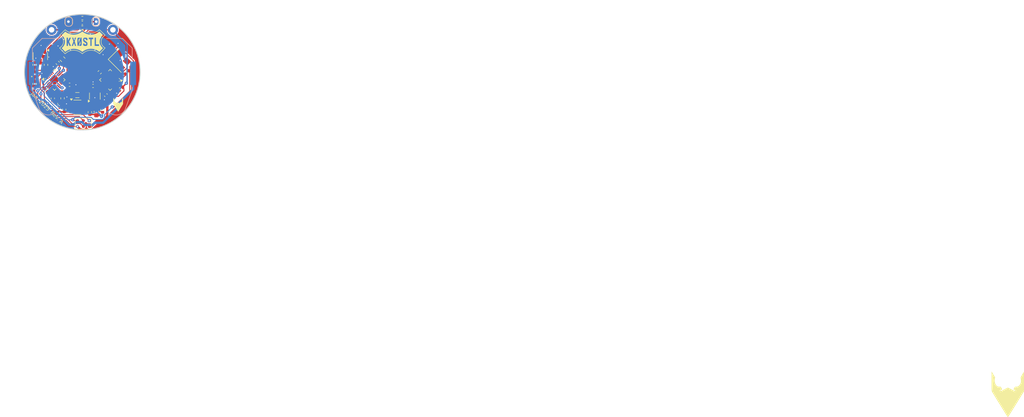
<source format=kicad_pcb>
(kicad_pcb (version 20241229) (generator "pcbnew") (generator_version "9.0")
  (title_block (title "Button Transmitter Prototype - Si5351B/ATtiny416") (date "2025-01-22") (rev "A") (company "Engineer: Thomas Francois - KX0STL") (comment 1 "Inverted Pursuits Lab"))
  (layers (0 "F.Cu" signal) (2 "B.Cu" signal) (13 "F.Paste" user) (15 "B.Paste" user) (5 "F.SilkS" user "F.Silkscreen") (7 "B.SilkS" user "B.Silkscreen") (1 "F.Mask" user) (3 "B.Mask" user) (25 "Edge.Cuts" user))
  (net 0 "")
  (net 1 "Net-(BT1-+)")
  (net 2 "GND")
  (net 3 "Net-(BZ1-+)")
  (net 4 "+3V3")
  (net 5 "/~{TX_EN}")
  (net 6 "Net-(D1-K)")
  (net 7 "/MCU_UPDI")
  (net 8 "/MCU_SDA")
  (net 9 "/MCU_SCL")
  (net 10 "/MCU_DAC0")
  (net 11 "Net-(Q1-D)")
  (net 12 "Net-(Q1-G)")
  (net 13 "Net-(U2-XA)")
  (net 14 "Net-(U2-XB)")
  (net 15 "Net-(D3-K)")
  (net 18 "Net-(C6-Pad1)")
  (net 19 "/BUZZER_PULSE")
  (net 20 "Net-(U5-SW)")
  (net 21 "Net-(U5-V_{FB})")
  (net 22 "/OUTPUT_PWR_EN")
  (net 28 "/+3V3_SW")
  (net 29 "/CLK1")
  (net 30 "/CLK1_T")
  (footprint "Library:Worthington_C_0402_1005Metric" (layer "F.Cu") (at 85.27 103.96 45)
    (property "Reference" "C7" (hide yes))
    (property "Value" "100nF")
  )
  (footprint "Library:Worthington_C_0402_1005Metric" (layer "F.Cu") (at 69.259999 109.5825 -90)
    (property "Reference" "C5" (hide yes))
    (property "Value" "10uF")
  )
  (footprint "Library:Worthington_LED_0402_1005Metric" (layer "F.Cu") (at 65.32 104.38 90)
    (property "Reference" "D1" (hide yes))
    (property "Value" "RED")
  )
  (footprint "Library:Case_CR2032" (layer "F.Cu") (at 75.62 103.916925)
    (property "Reference" "U4" (hide yes))
    (property "Value" "Case" (hide yes))
  )
  (footprint "Library:Worthington_C_0402_1005Metric" (layer "F.Cu") (at 77.94 106.89 180)
    (property "Reference" "C2" (hide yes))
    (property "Value" "100nF")
  )
  (footprint "Diode_SMD:D_0201_0603Metric" (layer "F.Cu") (at 70.662498 111.989996 -90)
    (property "Reference" "D2" (hide yes))
    (property "Value" "ESD156B1W")
  )
  (footprint "Library:2x3_1.27mm_Pogo_Header" (layer "F.Cu") (at 75.85 115.04 -90)
    (property "Reference" "J2" (hide yes))
    (property "Value" "1.27mm Pogo Pads For Programming & Debug")
  )
  (footprint "Library:Worthington_C_0402_1005Metric" (layer "F.Cu") (at 72.87 106.64 180)
    (property "Reference" "C8" (hide yes))
    (property "Value" "100nF")
  )
  (footprint "Library:Worthington_R_0402_1005Metric" (layer "F.Cu") (at 77.25 112.57 -90)
    (property "Reference" "R10" (hide yes))
    (property "Value" "18k")
  )
  (footprint "Capacitor_SMD:C_0603_1608Metric" (layer "F.Cu") (at 78.67 112.46 -90)
    (property "Reference" "C10" (hide yes))
    (property "Value" "22uF")
  )
  (footprint "Library:Logo_10mm_inv" (layer "F.Cu") (at 75.62 97.33)
    (property "Reference" "G***" (hide yes))
    (property "Value" "LOGO" (hide yes))
  )
  (footprint "Inductor_THT:L_Axial_L12.0mm_D5.0mm_P15.24mm_Horizontal_Fastron_MISC" (layer "F.Cu") (at 67.99 95.76)
    (property "Reference" "L1" (hide yes))
    (property "Value" "100mH" (hide yes))
  )
  (footprint "Package_DFN_QFN:VQFN-20-1EP_3x3mm_P0.4mm_EP1.7x1.7mm" (layer "F.Cu") (at 69.62 105.57 45)
    (property "Reference" "U3" (hide yes))
    (property "Value" "ATtiny416-M")
  )
  (footprint "Inductor_SMD:L_0805_2012Metric" (layer "F.Cu") (at 74.55 108.88 180)
    (property "Reference" "L2" (hide yes))
    (property "Value" "4.7uH")
  )
  (footprint "Library:Worthington_C_0402_1005Metric" (layer "F.Cu") (at 80.71 108.88 -45)
    (property "Reference" "C3" (hide yes))
    (property "Value" "10uF")
  )
  (footprint "Library:Worthington_R_0402_1005Metric" (layer "F.Cu") (at 65.3275 102.33 90)
    (property "Reference" "R6" (hide yes))
    (property "Value" "10")
  )
  (footprint "Library:RF_Solder_Pad" (layer "F.Cu") (at 75.62 103.916925)
    (property "Reference" "J1" (hide yes))
    (property "Value" "Antenna Screw Pad")
  )
  (footprint "Library:Worthington_R_0402_1005Metric" (layer "F.Cu") (at 65.32 106.45 -90)
    (property "Reference" "R8" (hide yes))
    (property "Value" "220")
  )
  (footprint "Library:Worthington_LED_0402_1005Metric" (layer "F.Cu") (at 70.3 109.5825 90)
    (property "Reference" "D3" (hide yes))
    (property "Value" "RED")
  )
  (footprint "Package_TO_SOT_SMD:SOT-363_SC-70-6" (layer "F.Cu") (at 78.3275 109.09 90)
    (property "Reference" "U1" (hide yes))
    (property "Value" "TPS22919DCK")
  )
  (footprint "Library:Worthington_R_0402_1005Metric" (layer "F.Cu") (at 80.000001 112.09 -90)
    (property "Reference" "R9" (hide yes))
    (property "Value" "100k")
  )
  (footprint "Library:Worthington_C_0402_1005Metric" (layer "F.Cu") (at 67.74 107.77 135)
    (property "Reference" "C4" (hide yes))
    (property "Value" "100nF")
  )
  (footprint "Library:Crystal_SMD_Kyocera_CX3225SB-4Pin_3.2x2.5mm" (layer "F.Cu") (at 83.79 101.39 -45)
    (property "Reference" "Y1" (hide yes))
    (property "Value" "25MHz")
  )
  (footprint "Library:Worthington_C_0402_1005Metric" (layer "F.Cu") (at 83.94 107.54 -135)
    (property "Reference" "C1" (hide yes))
    (property "Value" "100nF")
  )
  (footprint "Library:Worthington_R_0402_1005Metric" (layer "F.Cu") (at 67.7775 102.33 -90)
    (property "Reference" "R7" (hide yes))
    (property "Value" "1M")
  )
  (footprint "Library:Worthington_R_0402_1005Metric" (layer "F.Cu") (at 75.629999 92.22 180)
    (property "Reference" "R1" (hide yes))
    (property "Value" "10k")
  )
  (footprint "Package_TO_SOT_SMD:SOT-23-3" (layer "F.Cu") (at 66.56 100.46 -90)
    (property "Reference" "Q1" (hide yes))
    (property "Value" "MMUN2238LT1G")
  )
  (footprint "Library:IPL_Logo_10mm" (layer "F.Cu") (at 275.5 173.6)
    (property "Reference" "G***")
    (property "Value" "LOGO" (hide yes))
  )
  (footprint "Package_DFN_QFN:QFN-16-1EP_3x3mm_P0.5mm_EP1.45x1.45mm" (layer "F.Cu") (at 81.62 105.59 -135)
    (property "Reference" "U2" (hide yes))
    (property "Value" "Si5351B-B-GM1")
  )
  (footprint "Library:Worthington_R_0402_1005Metric" (layer "F.Cu") (at 71.350001 109.5725 90)
    (property "Reference" "R11" (hide yes))
    (property "Value" "100")
  )
  (footprint "Package_TO_SOT_SMD:SOT-23-6" (layer "F.Cu") (at 74.5525 111.52)
    (property "Reference" "U5" (hide yes))
    (property "Value" "TLV61070ADBV")
  )
  (footprint "Resistor_SMD:R_0603_1608Metric" (layer "F.Cu") (at 71.37 101.12 -45)
    (property "Reference" "R3" (hide yes))
    (property "Value" "1k8")
  )
  (footprint "Library:Worthington_R_0402_1005Metric" (layer "F.Cu") (at 79.37 103.94 -135)
    (property "Reference" "R4" (hide yes))
    (property "Value" "0R")
  )
  (footprint "Library:Worthington_C_0402_1005Metric" (layer "F.Cu") (at 71.7225 111.989997 90)
    (property "Reference" "C9" (hide yes))
    (property "Value" "10uF")
  )
  (footprint "Library:Worthington_R_0402_1005Metric" (layer "F.Cu") (at 75.62 94.28 180)
    (property "Reference" "R5" (hide yes))
    (property "Value" "10")
  )
  (footprint "Library:IPL_Logo_3mm" (layer "F.Cu") (at 83.36 110.95)
    (property "Reference" "G***" (hide yes))
    (property "Value" "LOGO" (hide yes))
  )
  (footprint "Resistor_SMD:R_0402_1005Metric" (layer "F.Cu") (at 70.3 101.91 -45)
    (property "Reference" "R2" (hide yes))
    (property "Value" "1k8")
  )
  (footprint "Library:Worthington_C_0402_1005Metric" (layer "F.Cu") (at 75.62 93.25)
    (property "Reference" "C6" (hide yes))
    (property "Value" "100nF")
  )
  (footprint "Library:Buzzer_Pad_NEG" (layer "B.Cu") (at 72.62 92.99)
    (property "Reference" "BZ2-1" (hide yes))
    (property "Value" "7BB-20-3" (hide yes))
  )
  (footprint "Library:Buzzer_Pad_POS" (layer "B.Cu") (at 78.62 92.99 180)
    (property "Reference" "BZ1" (hide yes))
    (property "Value" "7BB-20-3" (hide yes))
  )
  (footprint "Library:BatteryHolder_Keystone_3034_1x20mm_CUTOUT" (layer "B.Cu") (at 75.62 104.17 180)
    (property "Reference" "BT1" (hide yes))
    (property "Value" "CR2032")
  )
  (gr_circle (center 75.62 103.916925) (end 63.12 103.916925) (stroke (width 0.2)) (fill no) (layer "Edge.Cuts"))
  (gr_text "Rev. A" (at 70.11 113.74 -45) (layer "F.SilkS") (effects (font (size 0.8 0.8))))
  (gr_text "Jan. 2025" (at 66.54 110.29 -45) (layer "F.SilkS") (effects (font (size 0.8 0.8))))
  (segment (start 70.98 112.489997) (end 71.7225 112.489997) (width 0.3) (layer "F.Cu") (net 1))
  (segment (start 70.34 112.489997) (end 70.98 112.489997) (width 0.3) (layer "F.Cu") (net 1))
  (segment (start 70.079997 112.489997) (end 70.34 112.489997) (width 0.3) (layer "F.Cu") (net 1))
  (segment (start 68.91 111.52) (end 68.09 110.7) (width 0.5) (layer "F.Cu") (net 1))
  (segment (start 70.662498 112.264996) (end 70.754999 112.264996) (width 0.2) (layer "F.Cu") (net 1))
  (segment (start 73.384998 112.499992) (end 73.414996 112.469993) (width 0.3) (layer "F.Cu") (net 1))
  (segment (start 69.12 111.53) (end 70.079997 112.489997) (width 0.3) (layer "F.Cu") (net 1))
  (segment (start 68.91 111.53) (end 69.12 111.53) (width 0.3) (layer "F.Cu") (net 1))
  (segment (start 68.91 111.53) (end 68.91 111.52) (width 0.5) (layer "F.Cu") (net 1))
  (segment (start 70.662498 112.264996) (end 70.565001 112.264996) (width 0.2) (layer "F.Cu") (net 1))
  (segment (start 73.414996 112.469993) (end 74.262499 112.470001) (width 0.3) (layer "F.Cu") (net 1))
  (segment (start 74.542503 110.829995) (end 74.802496 110.569993) (width 0.3) (layer "F.Cu") (net 1))
  (segment (start 74.542495 112.19) (end 74.542503 110.829995) (width 0.3) (layer "F.Cu") (net 1))
  (segment (start 75.615001 108.709989) (end 75.690004 108.784994) (width 0.3) (layer "F.Cu") (net 1))
  (segment (start 71.722498 112.499994) (end 73.384998 112.499992) (width 0.3) (layer "F.Cu") (net 1))
  (segment (start 74.802496 110.569993) (end 75.69 110.569994) (width 0.3) (layer "F.Cu") (net 1))
  (segment (start 74.262499 112.470001) (end 74.542495 112.19) (width 0.3) (layer "F.Cu") (net 1))
  (segment (start 70.565001 112.264996) (end 70.34 112.489997) (width 0.2) (layer "F.Cu") (net 1))
  (segment (start 75.690004 108.784994) (end 75.69 110.569994) (width 0.3) (layer "F.Cu") (net 1))
  (segment (start 70.754999 112.264996) (end 70.98 112.489997) (width 0.2) (layer "F.Cu") (net 1))
  (via (at 68.91 111.53) (size 0.7) (drill 0.2) (layers "F.Cu" "B.Cu") (net 1))
  (via (at 68.09 110.7) (size 0.7) (drill 0.2) (layers "F.Cu" "B.Cu") (net 1))
  (segment (start 76.18 115.32) (end 77.85 115.32) (width 0.5) (layer "B.Cu") (net 1))
  (segment (start 74.32 114.69) (end 75.55 114.69) (width 0.5) (layer "B.Cu") (net 1))
  (segment (start 64.635 107.755) (end 66.86 109.98) (width 0.5) (layer "B.Cu") (net 1))
  (segment (start 66.86 109.98) (end 67.41 109.98) (width 0.5) (layer "B.Cu") (net 1))
  (segment (start 83.04 111.93) (end 83.04 111.14) (width 0.5) (layer "B.Cu") (net 1))
  (segment (start 64.635 104.166925) (end 64.635 107.755) (width 0.5) (layer "B.Cu") (net 1))
  (segment (start 86.605 107.575) (end 86.605 104.166925) (width 0.5) (layer "B.Cu") (net 1))
  (segment (start 73.75 115.26) (end 74.32 114.69) (width 0.5) (layer "B.Cu") (net 1))
  (segment (start 80.11 114.86) (end 83.04 111.93) (width 0.5) (layer "B.Cu") (net 1))
  (segment (start 78.31 114.86) (end 80.11 114.86) (width 0.5) (layer "B.Cu") (net 1))
  (segment (start 83.04 111.14) (end 86.605 107.575) (width 0.5) (layer "B.Cu") (net 1))
  (segment (start 67.41 109.98) (end 72.69 115.26) (width 0.5) (layer "B.Cu") (net 1))
  (segment (start 77.85 115.32) (end 78.31 114.86) (width 0.5) (layer "B.Cu") (net 1))
  (segment (start 75.55 114.69) (end 76.18 115.32) (width 0.5) (layer "B.Cu") (net 1))
  (segment (start 72.69 115.26) (end 73.75 115.26) (width 0.5) (layer "B.Cu") (net 1))
  (segment (start 72.65 93.02) (end 72.62 92.99) (width 0.3) (layer "F.Cu") (net 2))
  (segment (start 70.662499 111.489996) (end 70.8425 111.309995) (width 0.2) (layer "F.Cu") (net 2))
  (segment (start 84.916446 104.313552) (end 84.916446 104.583554) (width 0.2) (layer "F.Cu") (net 2))
  (segment (start 74.24 106.64) (end 74.239999 106.640001) (width 0.2) (layer "F.Cu") (net 2))
  (segment (start 66.86 100.59) (end 66.57 100.3) (width 0.2) (layer "F.Cu") (net 2))
  (segment (start 68.105 113.415) (end 66.175 111.485) (width 0.2) (layer "F.Cu") (net 2))
  (segment (start 77.44 106.53) (end 77.44 106.889998) (width 0.3) (layer "F.Cu") (net 2))
  (segment (start 66.88 100.59) (end 66.86 100.59) (width 0.2) (layer "F.Cu") (net 2))
  (segment (start 69.657501 110.777501) (end 70.24 110.777501) (width 0.2) (layer "F.Cu") (net 2))
  (segment (start 83.586446 107.202895) (end 83.586446 107.893552) (width 0.2) (layer "F.Cu") (net 2))
  (segment (start 65.320001 108.87) (end 65.320001 106.947499) (width 0.2) (layer "F.Cu") (net 2))
  (segment (start 68.594696 106.595304) (end 68.14 107.05) (width 0.2) (layer "F.Cu") (net 2))
  (segment (start 80.417107 109.88) (end 80.39 109.88) (width 0.2) (layer "F.Cu") (net 2))
  (segment (start 70.662499 111.57) (end 70.662499 111.489996) (width 0.2) (layer "F.Cu") (net 2))
  (segment (start 68.575 113.415) (end 68.105 113.415) (width 0.2) (layer "F.Cu") (net 2))
  (segment (start 74.579996 115.675) (end 73.455 115.675) (width 0.2) (layer "F.Cu") (net 2))
  (segment (start 74.43 92.22) (end 75.119998 92.22) (width 0.3) (layer "F.Cu") (net 2))
  (segment (start 66.74 104.19) (end 66.07 104.86) (width 0.2) (layer "F.Cu") (net 2))
  (segment (start 70.662499 111.714994) (end 70.662499 111.57) (width 0.2) (layer "F.Cu") (net 2))
  (segment (start 72.12 114.34) (end 69.5 114.34) (width 0.2) (layer "F.Cu") (net 2))
  (segment (start 66.36 100.33) (end 66.62 100.59) (width 0.2) (layer "F.Cu") (net 2))
  (segment (start 67.752893 107.05) (end 67.386447 107.416446) (width 0.2) (layer "F.Cu") (net 2))
  (segment (start 67.20628 107.236279) (end 67.20628 105.741882) (width 0.3) (layer "F.Cu") (net 2))
  (segment (start 78.5025 113.0675) (end 78.67 113.235) (width 0.3) (layer "F.Cu") (net 2))
  (segment (start 83.79 100.081854) (end 83.79 101.39) (width 0.2) (layer "F.Cu") (net 2))
  (segment (start 75.119998 92.22) (end 75.12 92.219998) (width 0.3) (layer "F.Cu") (net 2))
  (segment (start 67.09 100.59) (end 66.71 100.21) (width 0.2) (layer "F.Cu") (net 2))
  (segment (start 81.973551 105.59) (end 82.813243 106.429692) (width 0.2) (layer "F.Cu") (net 2))
  (segment (start 70.8425 111.309995) (end 71.762499 111.309995) (width 0.2) (layer "F.Cu") (net 2))
  (segment (start 70.662499 111.442499) (end 70.662499 111.57) (width 0.2) (layer "F.Cu") (net 2))
  (segment (start 83.949099 102.857245) (end 83.79 102.698146) (width 0.2) (layer "F.Cu") (net 2))
  (segment (start 82.813243 106.429692) (end 83.586446 107.202895) (width 0.2) (layer "F.Cu") (net 2))
  (segment (start 65.61 99.3225) (end 65.6925 99.3225) (width 0.3) (layer "F.Cu") (net 2))
  (segment (start 66.175 111.485) (end 66.175 111.125) (width 0.2) (layer "F.Cu") (net 2))
  (segment (start 71.7225 111.2375) (end 72.2 110.76) (width 0.2) (layer "F.Cu") (net 2))
  (segment (start 70.39 110.97) (end 70.39 111.17) (width 0.2) (layer "F.Cu") (net 2))
  (segment (start 79.74 113.44) (end 79.535 113.235) (width 0.3) (layer "F.Cu") (net 2))
  (segment (start 70.57 111.35) (end 70.662499 111.442499) (width 0.2) (layer "F.Cu") (net 2))
  (segment (start 69.5 114.34) (end 68.575 113.415) (width 0.2) (layer "F.Cu") (net 2))
  (segment (start 83.630901 99.922755) (end 83.79 100.081854) (width 0.2) (layer "F.Cu") (net 2))
  (segment (start 73.63 93.02) (end 74.43 92.22) (width 0.3) (layer "F.Cu") (net 2))
  (segment (start 65.792501 106.947499) (end 65.320001 106.947499) (width 0.2) (layer "F.Cu") (net 2))
  (segment (start 67.386447 107.416446) (end 67.20628 107.236279) (width 0.3) (layer "F.Cu") (net 2))
  (segment (start 84.916446 104.583554) (end 83.91 105.59) (width 0.2) (layer "F.Cu") (net 2))
  (segment (start 66.62 100.59) (end 66.88 100.59) (width 0.2) (layer "F.Cu") (net 2))
  (segment (start 71.7225 111.489997) (end 71.7225 111.2375) (width 0.2) (layer "F.Cu") (net 2))
  (segment (start 71.7225 111.479994) (end 73.375003 111.479994) (width 0.3) (layer "F.Cu") (net 2))
  (segment (start 69.260001 110.0825) (end 69.260001 110.380001) (width 0.2) (layer "F.Cu") (net 2))
  (segment (start 70.39 111.17) (end 70.57 111.35) (width 0.2) (layer "F.Cu") (net 2))
  (segment (start 65.320001 110.270001) (end 65.320001 108.87) (width 0.2) (layer "F.Cu") (net 2))
  (segment (start 79.535 113.235) (end 78.67 113.235) (width 0.3) (layer "F.Cu") (net 2))
  (segment (start 73.375003 111.479994) (end 73.415001 111.519996) (width 0.3) (layer "F.Cu") (net 2))
  (segment (start 65.3 108.87) (end 65.18 108.75) (width 0.2) (layer "F.Cu") (net 2))
  (segment (start 64.73837 107.87) (end 65.26163 107.87) (width 0.2) (layer "F.Cu") (net 2))
  (segment (start 66.175 111.125) (end 65.320001 110.270001) (width 0.2) (layer "F.Cu") (net 2))
  (segment (start 65.320001 108.87) (end 65.3 108.87) (width 0.2) (layer "F.Cu") (net 2))
  (segment (start 83.79 102.698146) (end 83.79 101.39) (width 0.2) (layer "F.Cu") (net 2))
  (segment (start 70.57 111.35) (end 70.802495 111.35) (width 0.2) (layer "F.Cu") (net 2))
  (segment (start 74.239999 106.640001) (end 73.37 106.640001) (width 0.2) (layer "F.Cu") (net 2))
  (segment (start 81.62 105.59) (end 81.973551 105.59) (width 0.2) (layer "F.Cu") (net 2))
  (segment (start 65.18 108.75) (end 65.18 107.91) (width 0.2) (layer "F.Cu") (net 2))
  (segment (start 67.89 100.59) (end 67.09 100.59) (width 0.2) (layer "F.Cu") (net 2))
  (segment (start 81.063553 109.233554) (end 81.073554 109.233554) (width 0.2) (layer "F.Cu") (net 2))
  (segment (start 83.586446 107.893552) (end 83.586446 107.903554) (width 0.2) (layer "F.Cu") (net 2))
  (segment (start 66.89 104.19) (end 66.74 104.19) (width 0.2) (layer "F.Cu") (net 2))
  (segment (start 77.95 106.02) (end 77.44 106.53) (width 0.3) (layer "F.Cu") (net 2))
  (segment (start 70.802495 111.35) (end 70.8425 111.309995) (width 0.2) (layer "F.Cu") (net 2))
  (segment (start 69.260001 110.380001) (end 69.657501 110.777501) (width 0.2) (layer "F.Cu") (net 2))
  (segment (start 73.455 115.675) (end 72.12 114.34) (width 0.2) (layer "F.Cu") (net 2))
  (segment (start 68.594696 106.595304) (end 69.62 105.57) (width 0.2) (layer "F.Cu") (net 2))
  (segment (start 66.88 100.59) (end 67.09 100.59) (width 0.2) (layer "F.Cu") (net 2))
  (segment (start 77.249999 113.0675) (end 78.5025 113.0675) (width 0.3) (layer "F.Cu") (net 2))
  (segment (start 66.07 104.86) (end 66.07 106.67) (width 0.2) (layer "F.Cu") (net 2))
  (segment (start 68.14 107.05) (end 67.752893 107.05) (width 0.2) (layer "F.Cu") (net 2))
  (segment (start 67.93 100.55) (end 67.89 100.59) (width 0.2) (layer "F.Cu") (net 2))
  (segment (start 78.32 109.44) (end 78.3275 109.4475) (width 0.3) (layer "F.Cu") (net 2))
  (segment (start 71.350002 109.075001) (end 72.1925 109.075001) (width 0.2) (layer "F.Cu") (net 2))
  (segment (start 83.586446 107.903554) (end 83.03 108.46) (width 0.2) (layer "F.Cu") (net 2))
  (segment (start 81.063553 109.233554) (end 80.417107 109.88) (width 0.2) (layer "F.Cu") (net 2))
  (segment (start 66.07 106.67) (end 65.792501 106.947499) (width 0.2) (layer "F.Cu") (net 2))
  (segment (start 73.63 93.02) (end 72.65 93.02) (width 0.3) (layer "F.Cu") (net 2))
  (segment (start 78.3275 109.4475) (end 78.3275 110.04) (width 0.3) (layer "F.Cu") (net 2))
  (via (at 72.2 110.76) (size 0.7) (drill 0.2) (layers "F.Cu" "B.Cu") (net 2))
  (via (at 81.468862 97.850794) (size 0.7) (drill 0.2) (layers "F.Cu" "B.Cu") (net 2))
  (via (at 66.89 104.19) (size 0.7) (drill 0.2) (layers "F.Cu" "B.Cu") (net 2))
  (via (at 78.35 99.14) (size 0.7) (drill 0.2) (layers "F.Cu" "B.Cu") (net 2))
  (via (at 83.79 101.39) (size 0.7) (drill 0.2) (layers "F.Cu" "B.Cu") (net 2))
  (via (at 77.35 95.71) (size 0.7) (drill 0.2) (layers "F.Cu" "B.Cu") (net 2))
  (via (at 71.6 96.83) (size 0.7) (drill 0.2) (layers "F.Cu" "B.Cu") (net 2))
  (via (at 80.11 100.14) (size 0.7) (drill 0.2) (layers "F.Cu" "B.Cu") (net 2))
  (via (at 74.24 106.64) (size 0.7) (drill 0.2) (layers "F.Cu" "B.Cu") (net 2))
  (via (at 70.39 110.97) (size 0.7) (drill 0.2) (layers "F.Cu" "B.Cu") (net 2))
  (via (at 83.03 108.46) (size 0.7) (drill 0.2) (layers "F.Cu" "B.Cu") (net 2))
  (via (at 67.20628 105.741882) (size 0.7) (drill 0.2) (layers "F.Cu" "B.Cu") (net 2))
  (via (at 78.32 109.44) (size 0.7) (drill 0.2) (layers "F.Cu" "B.Cu") (net 2))
  (via (at 65.58 100.89) (size 0.7) (drill 0.2) (layers "F.Cu" "B.Cu") (net 2))
  (via (at 75.7 99.09) (size 0.7) (drill 0.2) (layers "F.Cu" "B.Cu") (net 2))
  (via (at 80.39 109.88) (size 0.7) (drill 0.2) (layers "F.Cu" "B.Cu") (net 2))
  (via (at 77.95 106.02) (size 0.7) (drill 0.2) (layers "F.Cu" "B.Cu") (net 2))
  (via (at 69.35 102.71) (size 0.7) (drill 0.2) (layers "F.Cu" "B.Cu") (net 2))
  (via (at 66.71 98.14) (size 0.7) (drill 0.2) (layers "F.Cu" "B.Cu") (net 2))
  (via (at 83.91 105.59) (size 0.7) (drill 0.2) (layers "F.Cu" "B.Cu") (net 2))
  (via (at 73.07 99.09) (size 0.7) (drill 0.2) (layers "F.Cu" "B.Cu") (net 2))
  (via (at 70.38 98.25) (size 0.7) (drill 0.2) (layers "F.Cu" "B.Cu") (net 2))
  (via (at 72.29 109.28) (size 0.7) (drill 0.2) (layers "F.Cu" "B.Cu") (net 2))
  (via (at 83.34 97.68) (size 0.7) (drill 0.2) (layers "F.Cu" "B.Cu") (net 2))
  (via (at 71.28 99.29) (size 0.7) (drill 0.2) (layers "F.Cu" "B.Cu") (net 2))
  (via (at 79.519999 96.48468) (size 0.7) (drill 0.2) (layers "F.Cu" "B.Cu") (net 2))
  (via (at 79.74 113.44) (size 0.7) (drill 0.2) (layers "F.Cu" "B.Cu") (net 2))
  (via (at 76.156898 96.810894) (size 0.7) (drill 0.2) (layers "F.Cu" "B.Cu") (net 2))
  (via (at 73.878449 96.83) (size 0.7) (drill 0.2) (layers "F.Cu" "B.Cu") (net 2))
  (via (at 68.37 100.66) (size 0.7) (drill 0.2) (layers "F.Cu" "B.Cu") (net 2))
  (segment (start 72.62 101.166925) (end 75.62 104.166925) (width 0.5) (layer "B.Cu") (net 2))
  (segment (start 79.74 113.37) (end 77.27 110.9) (width 0.3) (layer "B.Cu") (net 2))
  (segment (start 75.635 104.175) (end 75.635 109.265) (width 0.2) (layer "B.Cu") (net 2))
  (segment (start 72.62 92.99) (end 72.62 101.166925) (width 0.5) (layer "B.Cu") (net 2))
  (segment (start 79.74 113.44) (end 79.74 113.37) (width 0.3) (layer "B.Cu") (net 2))
  (segment (start 75.635 109.265) (end 78.195 111.825) (width 0.2) (layer "B.Cu") (net 2))
  (segment (start 77.6 93.01) (end 77.359998 93.250002) (width 0.3) (layer "F.Cu") (net 3))
  (segment (start 76.139998 93.240003) (end 76.129999 93.250002) (width 0.3) (layer "F.Cu") (net 3))
  (segment (start 77.359998 93.250002) (end 76.129999 93.250002) (width 0.3) (layer "F.Cu") (net 3))
  (segment (start 76.139998 92.220002) (end 76.139998 93.240003) (width 0.3) (layer "F.Cu") (net 3))
  (segment (start 77.6 93.01) (end 78.6 93.01) (width 0.3) (layer "F.Cu") (net 3))
  (segment (start 78.6 93.01) (end 78.62 92.99) (width 0.3) (layer "F.Cu") (net 3))
  (segment (start 81.020001 113.429999) (end 81.020001 111.45) (width 0.5) (layer "F.Cu") (net 4))
  (segment (start 76.48 108.06) (end 76.48 109.45) (width 0.3) (layer "F.Cu") (net 4))
  (segment (start 78.67 111.635) (end 78.67 110.88) (width 0.3) (layer "F.Cu") (net 4))
  (segment (start 68.43 107.31154) (end 68.870466 106.871074) (width 0.2) (layer "F.Cu") (net 4))
  (segment (start 77.07 110.04) (end 77.6775 110.04) (width 0.3) (layer "F.Cu") (net 4))
  (segment (start 77.4525 110.8725) (end 77.46 110.88) (width 0.3) (layer "F.Cu") (net 4))
  (segment (start 68.877538 106.878147) (end 68.877538 106.882462) (width 0.2) (layer "F.Cu") (net 4))
  (segment (start 77.6775 110.8725) (end 77.67 110.88) (width 0.3) (layer "F.Cu") (net 4))
  (segment (start 77.6775 110.04) (end 77.6775 110.8725) (width 0.3) (layer "F.Cu") (net 4))
  (segment (start 79.954997 114.495003) (end 81.020001 113.429999) (width 0.5) (layer "F.Cu") (net 4))
  (segment (start 68.999999 108.123555) (end 69 108.123554) (width 0.2) (layer "F.Cu") (net 4))
  (segment (start 80.710001 110.88) (end 81.020001 111.19) (width 0.5) (layer "F.Cu") (net 4))
  (segment (start 76.93 110.88) (end 77.46 110.88) (width 0.5) (layer "F.Cu") (net 4))
  (segment (start 70.3 109.33) (end 70.3 108.43) (width 0.2) (layer "F.Cu") (net 4))
  (segment (start 69.259997 109.324999) (end 69.259997 108.476449) (width 0.2) (layer "F.Cu") (net 4))
  (segment (start 76.29 111.52) (end 76.93 110.88) (width 0.5) (layer "F.Cu") (net 4))
  (segment (start 78.684997 114.495003) (end 79.954997 114.495003) (width 0.5) (layer "F.Cu") (net 4))
  (segment (start 76.28 107.86) (end 76.48 108.06) (width 0.3) (layer "F.Cu") (net 4))
  (segment (start 68.093553 108.123554) (end 69 108.123554) (width 0.3) (layer "F.Cu") (net 4))
  (segment (start 69.306446 108.43) (end 69.326446 108.41) (width 0.3) (layer "F.Cu") (net 4))
  (segment (start 78.67 110.88) (end 80.08 110.88) (width 0.5) (layer "F.Cu") (net 4))
  (segment (start 70.19 108.41) (end 72.02 108.41) (width 0.3) (layer "F.Cu") (net 4))
  (segment (start 69.259997 108.476449) (end 69.306446 108.43) (width 0.2) (layer "F.Cu") (net 4))
  (segment (start 72.02 108.41) (end 72.57 107.86) (width 0.3) (layer "F.Cu") (net 4))
  (segment (start 69.326446 108.41) (end 70.15 108.41) (width 0.3) (layer "F.Cu") (net 4))
  (segment (start 78.545 111.510004) (end 78.670003 111.635001) (width 0.5) (layer "F.Cu") (net 4))
  (segment (start 80.000002 111.44) (end 81.010001 111.44) (width 0.25) (layer "F.Cu") (net 4))
  (segment (start 76.48 109.45) (end 77.07 110.04) (width 0.3) (layer "F.Cu") (net 4))
  (segment (start 80.000002 110.959998) (end 80.08 110.88) (width 0.3) (layer "F.Cu") (net 4))
  (segment (start 81.010001 111.44) (end 81.020001 111.45) (width 0.25) (layer "F.Cu") (net 4))
  (segment (start 72.57 107.86) (end 76.28 107.86) (width 0.3) (layer "F.Cu") (net 4))
  (segment (start 77.119999 115.675001) (end 77.504999 115.675001) (width 0.5) (layer "F.Cu") (net 4))
  (segment (start 80.000002 111.44) (end 80.000002 110.959998) (width 0.3) (layer "F.Cu") (net 4))
  (segment (start 68.093553 108.123554) (end 68.43 107.787107) (width 0.2) (layer "F.Cu") (net 4))
  (segment (start 81.020001 111.45) (end 81.020001 111.19) (width 0.5) (layer "F.Cu") (net 4))
  (segment (start 80.08 110.88) (end 80.710001 110.88) (width 0.5) (layer "F.Cu") (net 4))
  (segment (start 75.69 111.52) (end 76.29 111.52) (width 0.5) (layer "F.Cu") (net 4))
  (segment (start 77.504999 115.675001) (end 78.684997 114.495003) (width 0.5) (layer "F.Cu") (net 4))
  (segment (start 77.46 110.88) (end 77.67 110.88) (width 0.5) (layer "F.Cu") (net 4))
  (segment (start 70.18 108.44) (end 70.17 108.43) (width 0.2) (layer "F.Cu") (net 4))
  (segment (start 69 108.123554) (end 69.306446 108.43) (width 0.3) (layer "F.Cu") (net 4))
  (segment (start 77.67 110.88) (end 78.67 110.88) (width 0.5) (layer "F.Cu") (net 4))
  (segment (start 68.43 107.787107) (end 68.43 107.31154) (width 0.2) (layer "F.Cu") (net 4))
  (segment (start 72.37 105.226446) (end 72.116777 104.973223) (width 0.2) (layer "F.Cu") (net 5))
  (segment (start 71.31077 104.43077) (end 71.315094 104.426446) (width 0.2) (layer "F.Cu") (net 5))
  (segment (start 71.88 104.68) (end 71.851777 104.708223) (width 0.2) (layer "F.Cu") (net 5))
  (segment (start 77.91 100.58) (end 74.01 100.58) (width 0.2) (layer "F.Cu") (net 5))
  (segment (start 71.851777 104.708223) (end 72.116777 104.973223) (width 0.2) (layer "F.Cu") (net 5))
  (segment (start 80.78031 104.396758) (end 80.43 104.046448) (width 0.2) (layer "F.Cu") (net 5))
  (segment (start 72.31 102.28) (end 72.31 103.89) (width 0.2) (layer "F.Cu") (net 5))
  (segment (start 71.88 104.32) (end 71.76923 104.43077) (width 0.2) (layer "F.Cu") (net 5))
  (segment (start 80.43 104.046448) (end 80.43 103.1) (width 0.2) (layer "F.Cu") (net 5))
  (segment (start 80.43 103.1) (end 77.91 100.58) (width 0.2) (layer "F.Cu") (net 5))
  (segment (start 71.641777 104.498223) (end 71.851777 104.708223) (width 0.2) (layer "F.Cu") (net 5))
  (segment (start 71.57 104.426446) (end 71.641777 104.498223) (width 0.2) (layer "F.Cu") (net 5))
  (segment (start 72.31 103.89) (end 71.88 104.32) (width 0.2) (layer "F.Cu") (net 5))
  (segment (start 74.01 100.58) (end 72.31 102.28) (width 0.2) (layer "F.Cu") (net 5))
  (segment (start 72.37 106.639999) (end 72.37 105.226446) (width 0.2) (layer "F.Cu") (net 5))
  (segment (start 71.641777 104.498223) (end 71.572843 104.429289) (width 0.2) (layer "F.Cu") (net 5))
  (segment (start 71.31077 104.43077) (end 70.921075 104.820465) (width 0.2) (layer "F.Cu") (net 5))
  (segment (start 71.76923 104.43077) (end 71.31077 104.43077) (width 0.2) (layer "F.Cu") (net 5))
  (segment (start 71.88 104.32) (end 71.88 104.68) (width 0.2) (layer "F.Cu") (net 5))
  (segment (start 71.315094 104.426446) (end 71.57 104.426446) (width 0.2) (layer "F.Cu") (net 5))
  (segment (start 65.32 105.9525) (end 65.319999 105.952501) (width 0.2) (layer "F.Cu") (net 6))
  (segment (start 65.32 104.864998) (end 65.32 105.9525) (width 0.2) (layer "F.Cu") (net 6))
  (segment (start 69.12 112.19) (end 70.03 113.1) (width 0.2) (layer "F.Cu") (net 7))
  (segment (start 68.318926 104.820466) (end 67.84846 104.35) (width 0.2) (layer "F.Cu") (net 7))
  (segment (start 66.54 107.53) (end 67.43 108.42) (width 0.2) (layer "F.Cu") (net 7))
  (segment (start 67.84846 104.35) (end 67.65 104.35) (width 0.2) (layer "F.Cu") (net 7))
  (segment (start 68.63 112.19) (end 69.12 112.19) (width 0.2) (layer "F.Cu") (net 7))
  (segment (start 70.03 113.1) (end 75.814999 113.1) (width 0.2) (layer "F.Cu") (net 7))
  (segment (start 67.43 108.42) (end 67.43 110.99) (width 0.2) (layer "F.Cu") (net 7))
  (segment (start 67.65 104.35) (end 66.54 105.46) (width 0.2) (layer "F.Cu") (net 7))
  (segment (start 66.54 105.46) (end 66.54 107.53) (width 0.2) (layer "F.Cu") (net 7))
  (segment (start 67.43 110.99) (end 68.63 112.19) (width 0.2) (layer "F.Cu") (net 7))
  (segment (start 75.814999 113.1) (end 77.12 114.405001) (width 0.2) (layer "F.Cu") (net 7))
  (segment (start 73.486726 100.17) (end 78.1 100.17) (width 0.2) (layer "F.Cu") (net 8))
  (segment (start 68.92 112.59) (end 68.44 112.59) (width 0.2) (layer "F.Cu") (net 8))
  (segment (start 78.1 100.17) (end 80.86 102.93) (width 0.2) (layer "F.Cu") (net 8))
  (segment (start 71.54 103.51) (end 71.54 103.65) (width 0.2) (layer "F.Cu") (net 8))
  (segment (start 67.02 110.79) (end 66.67 110.44) (width 0.2) (layer "F.Cu") (net 8))
  (segment (start 80.86 103.769337) (end 81.133866 104.043203) (width 0.2) (layer "F.Cu") (net 8))
  (segment (start 71.54 103.65) (end 70.645304 104.544696) (width 0.2) (layer "F.Cu") (net 8))
  (segment (start 69.85 113.52) (end 68.92 112.59) (width 0.2) (layer "F.Cu") (net 8))
  (segment (start 71.54 103.51) (end 71.54 102.116726) (width 0.2) (layer "F.Cu") (net 8))
  (segment (start 71.54 102.116726) (end 73.486726 100.17) (width 0.2) (layer "F.Cu") (net 8))
  (segment (start 67.02 111.17) (end 67.02 110.79) (width 0.2) (layer "F.Cu") (net 8))
  (segment (start 75.849999 114.405) (end 74.964999 113.52) (width 0.2) (layer "F.Cu") (net 8))
  (segment (start 80.86 102.93) (end 80.86 103.769337) (width 0.2) (layer "F.Cu") (net 8))
  (segment (start 68.44 112.59) (end 67.02 111.17) (width 0.2) (layer "F.Cu") (net 8))
  (segment (start 66.67 110.44) (end 66.67 108.6) (width 0.2) (layer "F.Cu") (net 8))
  (segment (start 74.964999 113.52) (end 69.85 113.52) (width 0.2) (layer "F.Cu") (net 8))
  (via (at 66.67 108.6) (size 0.7) (drill 0.2) (layers "F.Cu" "B.Cu") (net 8))
  (via (at 71.54 103.51) (size 0.7) (drill 0.2) (layers "F.Cu" "B.Cu") (net 8))
  (segment (start 71.28 103.51) (end 66.67 108.12) (width 0.2) (layer "B.Cu") (net 8))
  (segment (start 71.54 103.51) (end 71.28 103.51) (width 0.2) (layer "B.Cu") (net 8))
  (segment (start 66.67 108.12) (end 66.67 108.6) (width 0.2) (layer "B.Cu") (net 8))
  (segment (start 70.73 103.24) (end 70.73 103.894315) (width 0.2) (layer "F.Cu") (net 9))
  (segment (start 66 107.95) (end 66 110.36) (width 0.2) (layer "F.Cu") (net 9))
  (segment (start 78.33 99.79) (end 82.34 103.8) (width 0.2) (layer "F.Cu") (net 9))
  (segment (start 73.39 115.02) (end 75.195002 115.02) (width 0.2) (layer "F.Cu") (net 9))
  (segment (start 72.72 99.79) (end 78.33 99.79) (width 0.2) (layer "F.Cu") (net 9))
  (segment (start 68.265686 113) (end 68.73 113) (width 0.2) (layer "F.Cu") (net 9))
  (segment (start 70.73 103.894315) (end 70.362462 104.261853) (width 0.2) (layer "F.Cu") (net 9))
  (segment (start 70.523363 101.986637) (end 72.72 99.79) (width 0.2) (layer "F.Cu") (net 9))
  (segment (start 70.66 103.09) (end 70.66 102.38) (width 0.2) (layer "F.Cu") (net 9))
  (segment (start 69.67 113.94) (end 72.31 113.94) (width 0.2) (layer "F.Cu") (net 9))
  (segment (start 70.66 103.09) (end 70.78 103.21) (width 0.2) (layer "F.Cu") (net 9))
  (segment (start 70.78 103.21) (end 70.83 103.21) (width 0.2) (layer "F.Cu") (net 9))
  (segment (start 66.6 111.334314) (end 68.265686 113) (width 0.2) (layer "F.Cu") (net 9))
  (segment (start 70.66 102.38) (end 70.523363 102.243363) (width 0.2) (layer "F.Cu") (net 9))
  (segment (start 70.523363 102.243363) (end 70.523363 101.986637) (width 0.2) (layer "F.Cu") (net 9))
  (segment (start 72.31 113.94) (end 73.39 115.02) (width 0.2) (layer "F.Cu") (net 9))
  (segment (start 75.850002 115.675) (end 75.850002 115.669998) (width 0.2) (layer "F.Cu") (net 9))
  (segment (start 75.195002 115.02) (end 75.850002 115.675) (width 0.2) (layer "F.Cu") (net 9))
  (segment (start 68.73 113) (end 69.67 113.94) (width 0.2) (layer "F.Cu") (net 9))
  (segment (start 70.66 103.09) (end 70.66 103.17) (width 0.2) (layer "F.Cu") (net 9))
  (segment (start 66.6 110.96) (end 66.6 111.334314) (width 0.2) (layer "F.Cu") (net 9))
  (segment (start 66 110.36) (end 66.6 110.96) (width 0.2) (layer "F.Cu") (net 9))
  (segment (start 70.66 103.17) (end 70.73 103.24) (width 0.2) (layer "F.Cu") (net 9))
  (via (at 70.66 103.09) (size 0.7) (drill 0.2) (layers "F.Cu" "B.Cu") (net 9))
  (via (at 66 107.95) (size 0.7) (drill 0.2) (layers "F.Cu" "B.Cu") (net 9))
  (segment (start 70.81 103.14) (end 70.81 103.3) (width 0.2) (layer "B.Cu") (net 9))
  (segment (start 66.16 107.95) (end 66 107.95) (width 0.2) (layer "B.Cu") (net 9))
  (segment (start 70.66 103.09) (end 70.76 103.09) (width 0.2) (layer "B.Cu") (net 9))
  (segment (start 70.81 103.3) (end 66.16 107.95) (width 0.2) (layer "B.Cu") (net 9))
  (segment (start 70.76 103.09) (end 70.81 103.14) (width 0.2) (layer "B.Cu") (net 9))
  (segment (start 70.80846 107.31) (end 70.369535 106.871075) (width 0.2) (layer "F.Cu") (net 10))
  (segment (start 82.24 111.64) (end 82.07 111.64) (width 0.2) (layer "F.Cu") (net 10))
  (segment (start 80.8 101.62) (end 82.92 103.74) (width 0.2) (layer "F.Cu") (net 10))
  (segment (start 82.92 103.936449) (end 82.459692 104.396757) (width 0.2) (layer "F.Cu") (net 10))
  (segment (start 83.62 98.43) (end 83.38 98.43) (width 0.2) (layer "F.Cu") (net 10))
  (segment (start 73.53 114.2) (end 73.735001 114.405001) (width 0.2) (layer "F.Cu") (net 10))
  (segment (start 82.1 111.43) (end 82.45 111.43) (width 0.2) (layer "F.Cu") (net 10))
  (segment (start 86.7 101.87) (end 86.7 101.51) (width 0.2) (layer "F.Cu") (net 10))
  (segment (start 82.565 111.315) (end 82.24 111.64) (width 0.2) (layer "F.Cu") (net 10))
  (segment (start 82.45 111.43) (end 82.565 111.315) (width 0.2) (layer "F.Cu") (net 10))
  (segment (start 85.623554 103.606448) (end 85.9 103.330002) (width 0.2) (layer "F.Cu") (net 10))
  (segment (start 85.9 102.67) (end 86.7 101.87) (width 0.2) (layer "F.Cu") (net 10))
  (segment (start 80.8 101.01) (end 80.8 101.62) (width 0.2) (layer "F.Cu") (net 10))
  (segment (start 86.7 101.51) (end 83.62 98.43) (width 0.2) (layer "F.Cu") (net 10))
  (segment (start 82.565 111.315) (end 85.86 108.02) (width 0.2) (layer "F.Cu") (net 10))
  (segment (start 85.9 103.330002) (end 85.9 102.67) (width 0.2) (layer "F.Cu") (net 10))
  (segment (start 83.38 98.43) (end 80.8 101.01) (width 0.2) (layer "F.Cu") (net 10))
  (segment (start 85.86 108.02) (end 85.86 103.842894) (width 0.2) (layer "F.Cu") (net 10))
  (segment (start 82.92 103.74) (end 82.92 103.936449) (width 0.2) (layer "F.Cu") (net 10))
  (segment (start 71.24 107.31) (end 70.80846 107.31) (width 0.2) (layer "F.Cu") (net 10))
  (segment (start 73.735001 114.405001) (end 74.579998 114.405001) (width 0.2) (layer "F.Cu") (net 10))
  (segment (start 85.86 103.842894) (end 85.623554 103.606448) (width 0.2) (layer "F.Cu") (net 10))
  (via (at 73.53 114.2) (size 0.7) (drill 0.2) (layers "F.Cu" "B.Cu") (net 10))
  (via (at 82.1 111.43) (size 0.7) (drill 0.2) (layers "F.Cu" "B.Cu") (net 10))
  (via (at 71.24 107.31) (size 0.7) (drill 0.2) (layers "F.Cu" "B.Cu") (net 10))
  (segment (start 82.1 111.43) (end 80.44 113.09) (width 0.2) (layer "B.Cu") (net 10))
  (segment (start 67.35 108.06) (end 69.47 105.94) (width 0.2) (layer "B.Cu") (net 10))
  (segment (start 67.35 109.038742) (end 67.35 108.06) (width 0.2) (layer "B.Cu") (net 10))
  (segment (start 69.47 105.94) (end 69.87 105.94) (width 0.2) (layer "B.Cu") (net 10))
  (segment (start 73.53 114.2) (end 72.511258 114.2) (width 0.2) (layer "B.Cu") (net 10))
  (segment (start 80.44 113.72) (end 80.02 114.14) (width 0.2) (layer "B.Cu") (net 10))
  (segment (start 78 114.14) (end 77.53 113.67) (width 0.2) (layer "B.Cu") (net 10))
  (segment (start 80.02 114.14) (end 78 114.14) (width 0.2) (layer "B.Cu") (net 10))
  (segment (start 80.44 113.09) (end 80.44 113.72) (width 0.2) (layer "B.Cu") (net 10))
  (segment (start 72.511258 114.2) (end 67.35 109.038742) (width 0.2) (layer "B.Cu") (net 10))
  (segment (start 69.87 105.94) (end 71.24 107.31) (width 0.2) (layer "B.Cu") (net 10))
  (segment (start 74.06 113.67) (end 73.53 114.2) (width 0.2) (layer "B.Cu") (net 10))
  (segment (start 77.53 113.67) (end 74.06 113.67) (width 0.2) (layer "B.Cu") (net 10))
  (segment (start 76.1175 94.7725) (end 76.1175 94.280001) (width 0.3) (layer "F.Cu") (net 11))
  (segment (start 67.51 98.78) (end 70.96 95.33) (width 0.3) (layer "F.Cu") (net 11))
  (segment (start 70.96 95.33) (end 75.56 95.33) (width 0.3) (layer "F.Cu") (net 11))
  (segment (start 75.56 95.33) (end 76.1175 94.7725) (width 0.3) (layer "F.Cu") (net 11))
  (segment (start 67.51 99.3225) (end 67.51 98.78) (width 0.3) (layer "F.Cu") (net 11))
  (segment (start 65.327501 101.82) (end 66.3375 101.82) (width 0.2) (layer "F.Cu") (net 12))
  (segment (start 66.3375 101.82) (end 66.56 101.5975) (width 0.2) (layer "F.Cu") (net 12))
  (segment (start 67.777499 101.82) (end 66.7825 101.82) (width 0.2) (layer "F.Cu") (net 12))
  (segment (start 66.7825 101.82) (end 66.56 101.5975) (width 0.2) (layer "F.Cu") (net 12))
  (segment (start 85.257245 103.002755) (end 85.257245 101.549099) (width 0.2) (layer "F.Cu") (net 13))
  (segment (start 83.166797 105.093203) (end 85.257245 103.002755) (width 0.2) (layer "F.Cu") (net 13))
  (segment (start 83.166797 105.103866) (end 83.166797 105.093203) (width 0.2) (layer "F.Cu") (net 13))
  (segment (start 83.61 103.953552) (end 82.813242 104.75031) (width 0.2) (layer "F.Cu") (net 14))
  (segment (start 82.322755 102.552755) (end 83.61 103.84) (width 0.2) (layer "F.Cu") (net 14))
  (segment (start 83.61 103.84) (end 83.61 103.953552) (width 0.2) (layer "F.Cu") (net 14))
  (segment (start 82.322755 101.230901) (end 82.322755 102.552755) (width 0.2) (layer "F.Cu") (net 14))
  (segment (start 71.35 110.069999) (end 70.182502 110.069999) (width 0.2) (layer "F.Cu") (net 15))
  (segment (start 75.11 94.279999) (end 75.11 93.249999) (width 0.3) (layer "F.Cu") (net 18))
  (segment (start 74.629999 94.76) (end 68.99 94.76) (width 0.3) (layer "F.Cu") (net 18))
  (segment (start 75.11 93.249999) (end 75.110001 93.249998) (width 0.3) (layer "F.Cu") (net 18))
  (segment (start 75.11 94.279999) (end 74.629999 94.76) (width 0.3) (layer "F.Cu") (net 18))
  (segment (start 65.32 102.834999) (end 65.327499 102.8275) (width 0.2) (layer "F.Cu") (net 19))
  (segment (start 65.32 103.895002) (end 65.32 102.834999) (width 0.2) (layer "F.Cu") (net 19))
  (segment (start 68.135686 103.52) (end 65.695002 103.52) (width 0.2) (layer "F.Cu") (net 19))
  (segment (start 68.877538 104.261852) (end 68.135686 103.52) (width 0.2) (layer "F.Cu") (net 19))
  (segment (start 65.695002 103.52) (end 65.32 103.895002) (width 0.2) (layer "F.Cu") (net 19))
  (segment (start 65.339999 102.84) (end 65.327499 102.8275) (width 0.2) (layer "F.Cu") (net 19))
  (segment (start 73.415001 108.784995) (end 73.414998 110.569998) (width 0.3) (layer "F.Cu") (net 20))
  (segment (start 73.490001 108.709999) (end 73.415001 108.784995) (width 0.3) (layer "F.Cu") (net 20))
  (segment (start 75.69 112.47) (end 76.849999 112.47) (width 0.2) (layer "F.Cu") (net 21))
  (segment (start 77.250001 112.120001) (end 77.59 112.46) (width 0.2) (layer "F.Cu") (net 21))
  (segment (start 76.849999 112.47) (end 77.250001 112.069998) (width 0.2) (layer "F.Cu") (net 21))
  (segment (start 77.250001 112.06) (end 77.250001 112.120001) (width 0.2) (layer "F.Cu") (net 21))
  (segment (start 77.59 112.46) (end 80 112.46) (width 0.2) (layer "F.Cu") (net 21))
  (segment (start 70.87863 107.96) (end 70.07962 107.16099) (width 0.2) (layer "F.Cu") (net 22))
  (segment (start 76.56 107.36) (end 72.28 107.36) (width 0.2) (layer "F.Cu") (net 22))
  (segment (start 72.28 107.36) (end 71.68 107.96) (width 0.2) (layer "F.Cu") (net 22))
  (segment (start 77.24 108.77) (end 77.02 108.55) (width 0.2) (layer "F.Cu") (net 22))
  (segment (start 78.9775 109.0175) (end 78.73 108.77) (width 0.2) (layer "F.Cu") (net 22))
  (segment (start 71.68 107.96) (end 70.87863 107.96) (width 0.2) (layer "F.Cu") (net 22))
  (segment (start 77.02 107.82) (end 76.56 107.36) (width 0.2) (layer "F.Cu") (net 22))
  (segment (start 78.73 108.77) (end 77.24 108.77) (width 0.2) (layer "F.Cu") (net 22))
  (segment (start 78.9775 110.04) (end 78.9775 109.0175) (width 0.2) (layer "F.Cu") (net 22))
  (segment (start 77.02 108.55) (end 77.02 107.82) (width 0.2) (layer "F.Cu") (net 22))
  (segment (start 83.166797 106.076134) (end 83.199027 106.076134) (width 0.2) (layer "F.Cu") (net 28))
  (segment (start 82.35 108.203554) (end 82.17 108.023554) (width 0.2) (layer "F.Cu") (net 28))
  (segment (start 79.35 106.890002) (end 79.541564 106.890002) (width 0.2) (layer "F.Cu") (net 28))
  (segment (start 84.6 107.492894) (end 84.6 107.98) (width 0.2) (layer "F.Cu") (net 28))
  (segment (start 79.632229 106.517108) (end 79.632229 106.799337) (width 0.2) (layer "F.Cu") (net 28))
  (segment (start 80.356447 108.523553) (end 80.856446 108.023554) (width 0.2) (layer "F.Cu") (net 28))
  (segment (start 70.786637 100.536637) (end 70.786637 100.702115) (width 0.2) (layer "F.Cu") (net 28))
  (segment (start 75.89 95.85) (end 76.98 94.76) (width 0.2) (layer "F.Cu") (net 28))
  (segment (start 82.35 108.96) (end 82.35 108.32) (width 0.2) (layer "F.Cu") (net 28))
  (segment (start 80.856446 108.023554) (end 82.07 108.023554) (width 0.2) (layer "F.Cu") (net 28))
  (segment (start 82.07 108.023554) (end 82.17 108.023554) (width 0.2) (layer "F.Cu") (net 28))
  (segment (start 80.073203 106.076134) (end 79.632229 106.517108) (width 0.2) (layer "F.Cu") (net 28))
  (segment (start 80.073203 105.103866) (end 78.923535 106.253535) (width 0.2) (layer "F.Cu") (net 28))
  (segment (start 79.722894 106.890002) (end 79.916446 107.083554) (width 0.2) (layer "F.Cu") (net 28))
  (segment (start 83.166797 106.076134) (end 83.18324 106.076134) (width 0.2) (layer "F.Cu") (net 28))
  (segment (start 84.293554 107.186448) (end 84.6 107.492894) (width 0.2) (layer "F.Cu") (net 28))
  (segment (start 76.98 94.76) (end 82.23 94.76) (width 0.2) (layer "F.Cu") (net 28))
  (segment (start 79.35 106.890002) (end 79.722894 106.890002) (width 0.2) (layer "F.Cu") (net 28))
  (segment (start 78.44 106.73707) (end 78.44 106.890002) (width 0.2) (layer "F.Cu") (net 28))
  (segment (start 82.35 108.07) (end 82.396446 108.023554) (width 0.2) (layer "F.Cu") (net 28))
  (segment (start 83.18324 106.076134) (end 84.293554 107.186448) (width 0.2) (layer "F.Cu") (net 28))
  (segment (start 85.13 106.32) (end 84.293554 107.156446) (width 0.3) (layer "F.Cu") (net 28))
  (segment (start 80.082892 107.25) (end 79.991446 107.158554) (width 0.2) (layer "F.Cu") (net 28))
  (segment (start 78.44 106.890002) (end 79.35 106.890002) (width 0.2) (layer "F.Cu") (net 28))
  (segment (start 82.396446 108.023554) (end 82.685 107.735) (width 0.2) (layer "F.Cu") (net 28))
  (segment (start 69.32 98.75) (end 69.32 97.73) (width 0.2) (layer "F.Cu") (net 28))
  (segment (start 82.473242 106.783242) (end 82.98 107.29) (width 0.2) (layer "F.Cu") (net 28))
  (segment (start 69.32 98.75) (end 70.79 100.22) (width 0.2) (layer "F.Cu") (net 28))
  (segment (start 82.53 109.14) (end 82.35 108.96) (width 0.2) (layer "F.Cu") (net 28))
  (segment (start 79.991446 107.158554) (end 79.916446 107.083554) (width 0.2) (layer "F.Cu") (net 28))
  (segment (start 84.6 107.98) (end 83.44 109.14) (width 0.2) (layer "F.Cu") (net 28))
  (segment (start 83.44 109.14) (end 82.53 109.14) (width 0.2) (layer "F.Cu") (net 28))
  (segment (start 78.923535 106.253535) (end 78.659961 106.517108) (width 0.2) (layer "F.Cu") (net 28))
  (segment (start 79.632229 106.799337) (end 79.722894 106.890002) (width 0.2) (layer "F.Cu") (net 28))
  (segment (start 80.313551 107.25) (end 80.082892 107.25) (width 0.2) (layer "F.Cu") (net 28))
  (segment (start 80.313551 107.25) (end 80.313551 107.480659) (width 0.2) (layer "F.Cu") (net 28))
  (segment (start 82.07 108.023554) (end 82.27 108.023554) (width 0.2) (layer "F.Cu") (net 28))
  (segment (start 70.786637 100.702115) (end 69.939377 101.549375) (width 0.2) (layer "F.Cu") (net 28))
  (segment (start 80.356447 108.526446) (end 80.356447 108.523553) (width 0.2) (layer "F.Cu") (net 28))
  (segment (start 80.313551 107.480659) (end 80.356446 107.523554) (width 0.2) (layer "F.Cu") (net 28))
  (segment (start 70.79 100.22) (end 70.79 100.25) (width 0.2) (layer "F.Cu") (net 28))
  (segment (start 80.780308 106.783243) (end 80.313551 107.25) (width 0.2) (layer "F.Cu") (net 28))
  (segment (start 80.313551 107.480659) (end 80.856446 108.023554) (width 0.2) (layer "F.Cu") (net 28))
  (segment (start 82.27 108.023554) (end 82.396446 108.023554) (width 0.2) (layer "F.Cu") (net 28))
  (segment (start 78.923535 106.253535) (end 78.44 106.73707) (width 0.2) (layer "F.Cu") (net 28))
  (segment (start 78.3275 108.14) (end 78.3275 107.002502) (width 0.3) (layer "F.Cu") (net 28))
  (segment (start 82.98 107.29) (end 82.98 107.44) (width 0.2) (layer "F.Cu") (net 28))
  (segment (start 79.991446 107.158554) (end 80.356446 107.523554) (width 0.2) (layer "F.Cu") (net 28))
  (segment (start 77.6775 108.14) (end 78.3275 108.14) (width 0.2) (layer "F.Cu") (net 28))
  (segment (start 79.541564 106.890002) (end 79.632229 106.799337) (width 0.2) (layer "F.Cu") (net 28))
  (segment (start 82.45969 106.783242) (end 82.473242 106.783242) (width 0.2) (layer "F.Cu") (net 28))
  (segment (start 82.35 108.32) (end 82.35 108.203554) (width 0.2) (layer "F.Cu") (net 28))
  (segment (start 84.293554 107.156446) (end 84.293554 107.186448) (width 0.3) (layer "F.Cu") (net 28))
  (segment (start 82.35 108.32) (end 82.35 108.07) (width 0.2) (layer "F.Cu") (net 28))
  (segment (start 71.2 95.85) (end 75.89 95.85) (width 0.2) (layer "F.Cu") (net 28))
  (segment (start 69.32 97.73) (end 71.2 95.85) (width 0.2) (layer "F.Cu") (net 28))
  (segment (start 78.3275 107.002502) (end 78.44 106.890002) (width 0.3) (layer "F.Cu") (net 28))
  (segment (start 82.98 107.44) (end 82.685 107.735) (width 0.2) (layer "F.Cu") (net 28))
  (via (at 85.13 106.32) (size 0.7) (drill 0.2) (layers "F.Cu" "B.Cu") (net 28))
  (segment (start 85.29 106.16) (end 85.29 97.96) (width 0.3) (layer "B.Cu") (net 28))
  (segment (start 82.23 94.9) (end 82.23 94.76) (width 0.3) (layer "B.Cu") (net 28))
  (segment (start 85.29 97.96) (end 82.23 94.9) (width 0.3) (layer "B.Cu") (net 28))
  (segment (start 85.13 106.32) (end 85.29 106.16) (width 0.3) (layer "B.Cu") (net 28))
  (segment (start 78.643355 103.916925) (end 75.62 103.916925) (width 0.5) (layer "F.Cu") (net 29))
  (segment (start 79.018215 104.291785) (end 78.643355 103.916925) (width 0.5) (layer "F.Cu") (net 29))
  (segment (start 80.426757 104.750308) (end 79.9 104.223551) (width 0.2) (layer "F.Cu") (net 30))
  (segment (start 79.9 104.223551) (end 79.9 103.72) (width 0.2) (layer "F.Cu") (net 30))
  (zone (net 0) (net_name "") (layer "F.Cu") (connect_pads (clearance 0)) (min_thickness 0.25)
    (keepout (tracks allowed) (vias allowed) (pads allowed) (copperpour not_allowed) (footprints allowed))
    (fill (thermal_gap 0.5) (thermal_bridge_width 0.5))
    (polygon (pts (xy 72.92 100.46) (xy 78.39 100.57) (xy 80.23 101.86) (xy 83.44 98.39) (xy 85.08 99.93) (xy 86.310608 102.095736) (xy 85.8 105.38) (xy 85.45 107.86) (xy 82.85 110.96) (xy 80.96 111.94) (xy 80.72 113.74) (xy 78.13 114.69) (xy 74.579998 114.722501) (xy 72.29 113.79) (xy 69.89 113.29) (xy 67.68 111.55) (xy 66.83 109.5) (xy 66.02 106.97) (xy 66.04 103.93) (xy 66.26 102.26) (xy 67.7775 102.33) (xy 67.79 104) (xy 70.574594 103.9083) (xy 70.559081 101.979081) (xy 70.664556 100.786307)))
  )
  (zone (net 0) (net_name "") (layer "F.Cu") (name "GND") (connect_pads (clearance 0)) (min_thickness 0.2)
    (keepout (tracks allowed) (vias allowed) (pads allowed) (copperpour not_allowed) (footprints allowed))
    (fill (thermal_gap 0.5) (thermal_bridge_width 0.5))
    (polygon (pts (xy 68.63 103.08) (xy 69.2 103.59) (xy 68.61 103.69) (xy 68.18 103.39)))
  )
  (zone (net 0) (net_name "") (layer "F.Cu") (name "GND") (connect_pads (clearance 0)) (min_thickness 0.2)
    (keepout (tracks allowed) (vias allowed) (pads allowed) (copperpour not_allowed) (footprints allowed))
    (fill (thermal_gap 0.5) (thermal_bridge_width 0.5))
    (polygon (pts (xy 70.6 101.73) (xy 70.26 102.41) (xy 69.7 101.85)))
  )
  (zone (net 0) (net_name "") (layer "F.Cu") (name "GND") (connect_pads (clearance 0)) (min_thickness 0.2)
    (keepout (tracks allowed) (vias allowed) (pads allowed) (copperpour not_allowed) (footprints allowed))
    (fill (thermal_gap 0.5) (thermal_bridge_width 0.5))
    (polygon (pts (xy 66.43 104.82) (xy 66.39 105.94) (xy 65.43 105.85) (xy 65.45 104.89)))
  )
  (zone (net 0) (net_name "") (layer "F.Cu") (name "GND") (connect_pads (clearance 0)) (min_thickness 0.2)
    (keepout (tracks allowed) (vias allowed) (pads allowed) (copperpour not_allowed) (footprints allowed))
    (fill (thermal_gap 0.5) (thermal_bridge_width 0.5))
    (polygon (pts (xy 83.16 111.14) (xy 81.36 112.93) (xy 81.34 111.16) (xy 82.37 110.67)))
  )
  (zone (net 2) (net_name "GND") (layers "F.Cu" "B.Cu") (name "GND") (connect_pads (clearance 0.2)) (min_thickness 0.2) (fill yes (thermal_gap 0.5) (thermal_bridge_width 0.5))
    (polygon (pts (xy 59.48 89.28) (xy 92.95 88.31) (xy 93.03 121.47) (xy 57.84 122.56)))
  )
  (zone (net 0) (net_name "") (layers "F.Cu" "B.Cu") (name "GND") (connect_pads (clearance 0)) (min_thickness 0.2)
    (keepout (tracks allowed) (vias allowed) (pads allowed) (copperpour not_allowed) (footprints allowed))
    (fill (thermal_gap 0.5) (thermal_bridge_width 0.5))
    (polygon (pts (xy 69.36 103.75) (xy 70.31 102.58) (xy 70.360652 102.536401) (xy 72.11 103.11) (xy 72.058441 103.939826) (xy 70.460103 105.088019) (xy 69.03 105.53) (xy 68.54 104.77)))
  )
  (zone (net 0) (net_name "") (layer "B.Cu") (connect_pads (clearance 0)) (min_thickness 0.25)
    (keepout (tracks allowed) (vias allowed) (pads allowed) (copperpour not_allowed) (footprints allowed))
    (fill (thermal_gap 0.5) (thermal_bridge_width 0.5))
    (polygon (pts (xy 74.1 116.62) (xy 74.05 115.11) (xy 80.34 112.23) (xy 77.73 117.27) (xy 74.16 117.12)))
  )
  (zone (net 0) (net_name "") (layer "B.Cu") (connect_pads (clearance 0)) (min_thickness 0.25)
    (keepout (tracks allowed) (vias allowed) (pads allowed) (copperpour not_allowed) (footprints allowed))
    (fill (thermal_gap 0.5) (thermal_bridge_width 0.5))
    (polygon (pts (xy 71.585 102.865) (xy 72.07 103.35) (xy 67.48 107.94) (xy 67.03 106.76) (xy 70.66 102.86)))
  )
)
</source>
